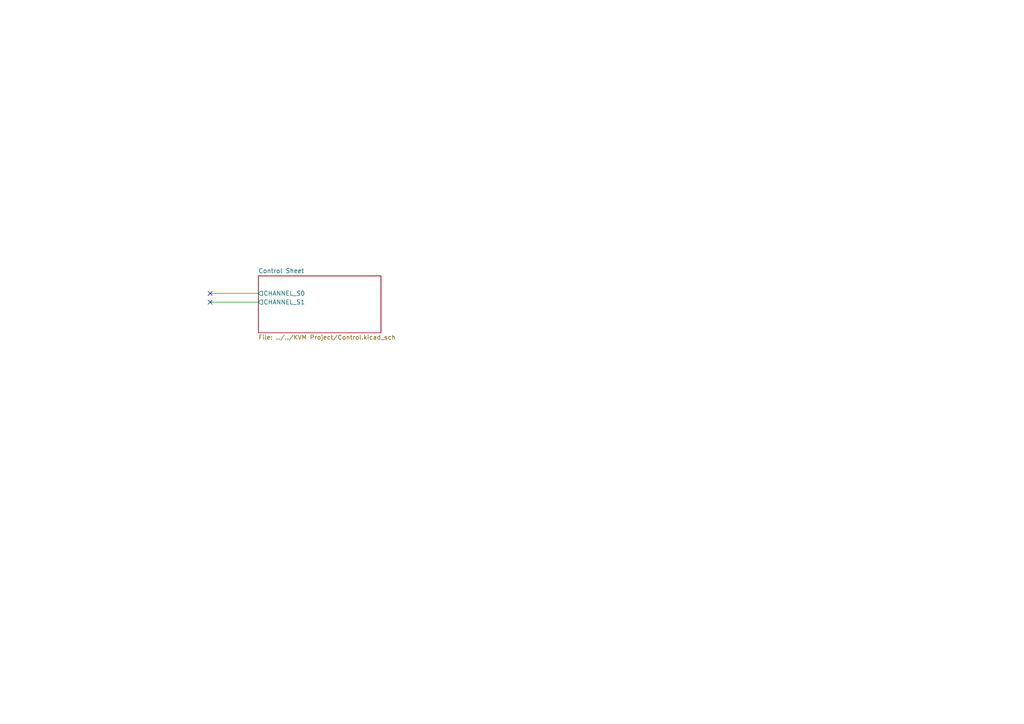
<source format=kicad_sch>
(kicad_sch (version 20230121) (generator eeschema)
  (paper "A4")
  (title_block (title "KVM Switch - Controller Module") (rev "1"))
  (lib_symbols)
  (no_connect (at 60.96 87.63))
  (no_connect (at 60.96 85.09))
  (wire (pts (xy 60.96 85.09) (xy 74.93 85.09)))
  (wire (pts (xy 60.96 87.63) (xy 74.93 87.63)))
  (sheet (at 74.93 80.01) (size 35.56 16.51) (stroke (width 0.1524))
    (property "Sheetname" "Control Sheet" (at 74.93 79.2984 0) (effects (justify left bottom)))
    (property "Sheetfile" "../../KVM Project/Control.kicad_sch" (at 74.93 97.1046 0) (effects (justify left top)))
    (pin "CHANNEL_S1" output (at 74.93 87.63 180))
    (pin "CHANNEL_S0" output (at 74.93 85.09 180))
  )
)
</source>
